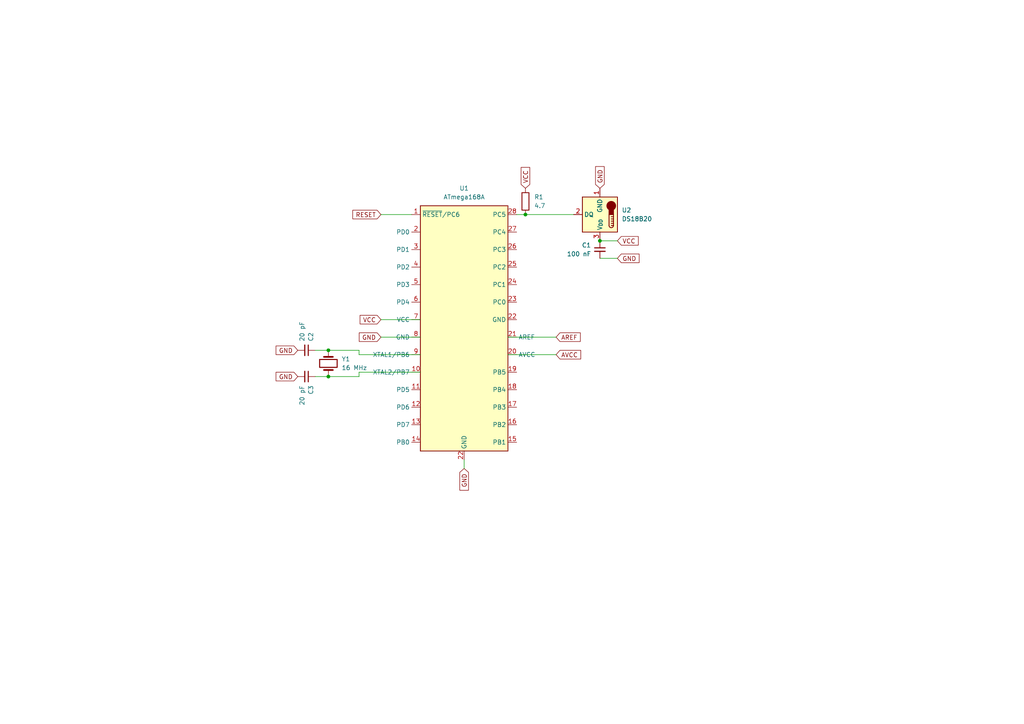
<source format=kicad_sch>
(kicad_sch (version 20250114) (generator "eeschema") (generator_version "9.0")
  (paper "A4")
  (lib_symbols
    (symbol "Device:C_Small" (pin_numbers (hide yes)) (pin_names (offset 0.254) (hide yes))
      (property "Reference" "C" (at 0.254 1.778 0))
      (property "Value" "C_Small" (at 0.254 -2.032 0))
      (symbol "C_Small_0_1"
        (polyline (pts (xy -1.524 0.508) (xy 1.524 0.508)) (stroke (width 0.3048)))
        (polyline (pts (xy -1.524 -0.508) (xy 1.524 -0.508)) (stroke (width 0.3302)))
      )
      (symbol "C_Small_1_1"
        (pin passive line (at 0 2.54 270) (length 2.032) (name "~") (number "1"))
        (pin passive line (at 0 -2.54 90) (length 2.032) (name "~") (number "2"))
      )
    )
    (symbol "Device:Crystal" (pin_numbers (hide yes)) (pin_names (offset 1.016) (hide yes))
      (property "Reference" "Y" (at 0 3.81 0))
      (property "Value" "Crystal" (at 0 -3.81 0))
      (symbol "Crystal_0_1"
        (polyline (pts (xy -2.54 0) (xy -1.905 0)))
        (polyline (pts (xy -1.905 -1.27) (xy -1.905 1.27)) (stroke (width 0.508)))
        (rectangle (start -1.143 2.54) (end 1.143 -2.54) (stroke (width 0.3048)))
        (polyline (pts (xy 1.905 -1.27) (xy 1.905 1.27)) (stroke (width 0.508)))
        (polyline (pts (xy 2.54 0) (xy 1.905 0)))
      )
      (symbol "Crystal_1_1"
        (pin passive line (at -3.81 0 0) (length 1.27) (name "1") (number "1"))
        (pin passive line (at 3.81 0 180) (length 1.27) (name "2") (number "2"))
      )
    )
    (symbol "Device:R" (pin_numbers (hide yes)) (pin_names (offset 0))
      (property "Reference" "R" (at 16.256 -3.048 90))
      (property "Value" "4.7" (at 0 0 90))
      (symbol "R_0_1"
        (rectangle (start -1.016 -2.54) (end 1.016 2.54) (stroke (width 0.254)))
      )
      (symbol "R_1_1"
        (pin passive line (at 0 3.81 270) (length 1.27) (name "~") (number "1"))
        (pin passive line (at 0 -3.81 90) (length 1.27) (name "~") (number "2"))
      )
    )
    (symbol "MCU_Microchip_ATmega:ATmega168A"
      (property "Reference" "U1" (at 0 40.64 0))
      (property "Value" "ATmega168A" (at 0 38.1 0))
      (symbol "ATmega168A_0_1"
        (rectangle (start -12.7 35.56) (end 12.7 -35.56) (stroke (width 0.254)) (fill (type background)))
      )
      (symbol "ATmega168A_1_1"
        (pin bidirectional line (at -15.24 33.02 0) (length 2.54) (name "~{RESET}/PC6") (number "1"))
        (pin bidirectional line (at -12.7 27.94 180) (length 2.54) (name "PD0") (number "2"))
        (pin bidirectional line (at -12.7 22.86 180) (length 2.54) (name "PD1") (number "3"))
        (pin bidirectional line (at -12.7 17.78 180) (length 2.54) (name "PD2") (number "4"))
        (pin bidirectional line (at -12.7 12.7 180) (length 2.54) (name "PD3") (number "5"))
        (pin bidirectional line (at -12.7 7.62 180) (length 2.54) (name "PD4") (number "6"))
        (pin power_in line (at -12.7 2.54 180) (length 2.54) (name "VCC") (number "7"))
        (pin power_in line (at -12.7 -2.54 180) (length 2.54) (name "GND") (number "8"))
        (pin bidirectional line (at -12.7 -7.62 180) (length 2.54) (name "XTAL1/PB6") (number "9"))
        (pin bidirectional line (at -12.7 -12.7 180) (length 2.54) (name "XTAL2/PB7") (number "10"))
        (pin bidirectional line (at -12.7 -17.78 180) (length 2.54) (name "PD5") (number "11"))
        (pin bidirectional line (at -12.7 -22.86 180) (length 2.54) (name "PD6") (number "12"))
        (pin bidirectional line (at -12.7 -27.94 180) (length 2.54) (name "PD7") (number "13"))
        (pin bidirectional line (at -12.7 -33.02 180) (length 2.54) (name "PB0") (number "14"))
        (pin passive line (at 0 -38.1 90) (length 2.54) (name "GND") (number "22"))
        (pin passive line (at 12.7 -2.54 0) (length 2.54) (name "AREF") (number "21"))
        (pin power_in line (at 12.7 -7.62 0) (length 2.54) (name "AVCC") (number "20"))
        (pin bidirectional line (at 15.24 33.02 180) (length 2.54) (name "PC5") (number "28"))
        (pin bidirectional line (at 15.24 27.94 180) (length 2.54) (name "PC4") (number "27"))
        (pin bidirectional line (at 15.24 22.86 180) (length 2.54) (name "PC3") (number "26"))
        (pin bidirectional line (at 15.24 17.78 180) (length 2.54) (name "PC2") (number "25"))
        (pin bidirectional line (at 15.24 12.7 180) (length 2.54) (name "PC1") (number "24"))
        (pin bidirectional line (at 15.24 7.62 180) (length 2.54) (name "PC0") (number "23"))
        (pin power_in line (at 15.24 2.54 180) (length 2.54) (name "GND") (number "22"))
        (pin bidirectional line (at 15.24 -12.7 180) (length 2.54) (name "PB5") (number "19"))
        (pin bidirectional line (at 15.24 -17.78 180) (length 2.54) (name "PB4") (number "18"))
        (pin bidirectional line (at 15.24 -22.86 180) (length 2.54) (name "PB3") (number "17"))
        (pin bidirectional line (at 15.24 -27.94 180) (length 2.54) (name "PB2") (number "16"))
        (pin bidirectional line (at 15.24 -33.02 180) (length 2.54) (name "PB1") (number "15"))
      )
    )
    (symbol "Sensor_Temperature:DS18B20"
      (property "Reference" "U" (at -3.81 6.35 0))
      (property "Value" "DS18B20" (at 6.35 6.35 0))
      (symbol "DS18B20_0_1"
        (rectangle (start -5.08 5.08) (end 5.08 -5.08) (stroke (width 0.254)) (fill (type background)))
        (polyline (pts (xy -3.937 3.175) (xy -3.937 0)) (stroke (width 0.254)))
        (polyline (pts (xy -3.937 3.175) (xy -3.302 3.175)) (stroke (width 0.254)))
        (polyline (pts (xy -3.937 2.54) (xy -3.302 2.54)) (stroke (width 0.254)))
        (polyline (pts (xy -3.937 1.905) (xy -3.302 1.905)) (stroke (width 0.254)))
        (polyline (pts (xy -3.937 1.27) (xy -3.302 1.27)) (stroke (width 0.254)))
        (polyline (pts (xy -3.937 0.635) (xy -3.302 0.635)) (stroke (width 0.254)))
        (arc (start -3.937 3.175) (mid -3.302 3.8073) (end -2.667 3.175) (stroke (width 0.254)))
        (circle (center -3.302 -2.54) (radius 1.27) (stroke (width 0.254)) (fill (type outline)))
        (polyline (pts (xy -2.667 3.175) (xy -2.667 0)) (stroke (width 0.254)))
        (rectangle (start -2.667 -1.905) (end -3.937 0) (stroke (width 0.254)) (fill (type outline)))
      )
      (symbol "DS18B20_1_1"
        (pin power_in line (at 0 7.62 270) (length 2.54) (name "V_{DD}") (number "3"))
        (pin power_in line (at 0 -7.62 90) (length 2.54) (name "GND") (number "1"))
        (pin bidirectional line (at 7.62 0 180) (length 2.54) (name "DQ") (number "2"))
      )
    )
  )
  (junction (at 95.25 101.6))
  (junction (at 95.25 109.22))
  (junction (at 152.4 62.23))
  (junction (at 173.99 69.85))
  (wire (pts (xy 104.14 107.95) (xy 104.14 109.22)))
  (wire (pts (xy 110.49 92.71) (xy 121.92 92.71)))
  (wire (pts (xy 104.14 101.6) (xy 104.14 102.87)))
  (wire (pts (xy 104.14 107.95) (xy 121.92 107.95)))
  (wire (pts (xy 149.86 62.23) (xy 152.4 62.23)))
  (wire (pts (xy 110.49 97.79) (xy 121.92 97.79)))
  (wire (pts (xy 91.44 109.22) (xy 95.25 109.22)))
  (wire (pts (xy 104.14 102.87) (xy 121.92 102.87)))
  (wire (pts (xy 95.25 101.6) (xy 104.14 101.6)))
  (wire (pts (xy 173.99 69.85) (xy 179.07 69.85)))
  (wire (pts (xy 91.44 101.6) (xy 95.25 101.6)))
  (wire (pts (xy 147.32 102.87) (xy 161.29 102.87)))
  (wire (pts (xy 173.99 74.93) (xy 179.07 74.93)))
  (wire (pts (xy 95.25 109.22) (xy 104.14 109.22)))
  (wire (pts (xy 147.32 97.79) (xy 161.29 97.79)))
  (wire (pts (xy 134.62 133.35) (xy 134.62 135.89)))
  (wire (pts (xy 152.4 62.23) (xy 166.37 62.23)))
  (wire (pts (xy 110.49 62.23) (xy 119.38 62.23)))
  (global_label "GND" (shape input) (at 134.62 135.89 270) (property "Intersheetrefs" "${INTERSHEET_REFS}" (effects (hide yes))))
  (global_label "GND" (shape input) (at 86.36 109.22 180) (property "Intersheetrefs" "${INTERSHEET_REFS}" (effects (hide yes))))
  (global_label "AVCC" (shape input) (at 161.29 102.87 0) (property "Intersheetrefs" "${INTERSHEET_REFS}" (effects (hide yes))))
  (global_label "GND" (shape input) (at 179.07 74.93 0) (property "Intersheetrefs" "${INTERSHEET_REFS}" (effects (hide yes))))
  (global_label "GND" (shape input) (at 86.36 101.6 180) (property "Intersheetrefs" "${INTERSHEET_REFS}" (effects (hide yes))))
  (global_label "VCC" (shape input) (at 152.4 54.61 90) (property "Intersheetrefs" "${INTERSHEET_REFS}" (effects (hide yes))))
  (global_label "VCC" (shape input) (at 110.49 92.71 180) (property "Intersheetrefs" "${INTERSHEET_REFS}" (effects (hide yes))))
  (global_label "VCC" (shape input) (at 179.07 69.85 0) (property "Intersheetrefs" "${INTERSHEET_REFS}" (effects (hide yes))))
  (global_label "AREF" (shape input) (at 161.29 97.79 0) (property "Intersheetrefs" "${INTERSHEET_REFS}" (effects (hide yes))))
  (global_label "RESET" (shape input) (at 110.49 62.23 180) (property "Intersheetrefs" "${INTERSHEET_REFS}" (effects (hide yes))))
  (global_label "GND" (shape input) (at 173.99 54.61 90) (property "Intersheetrefs" "${INTERSHEET_REFS}" (effects (hide yes))))
  (global_label "GND" (shape input) (at 110.49 97.79 180) (property "Intersheetrefs" "${INTERSHEET_REFS}" (effects (hide yes))))
  (symbol (lib_id "Sensor_Temperature:DS18B20") (at 173.99 62.23 180) (unit 1)
    (property "Reference" "U2" (at 180.34 60.9599 0) (effects (justify right)))
    (property "Value" "DS18B20" (at 180.34 63.4999 0) (effects (justify right)))
    (property "Footprint" "Package_TO_SOT_THT:TO-92_Inline" (effects (hide yes)))
    (property "Datasheet" "http://datasheets.maximintegrated.com/en/ds/DS18B20.pdf" (effects (hide yes)))
    (property "Description" "Programmable Resolution 1-Wire Digital Thermometer TO-92" (effects (hide yes)))
  )
  (symbol (lib_id "Device:Crystal") (at 95.25 105.41 90) (unit 1)
    (property "Reference" "Y1" (at 99.06 104.1399 90) (effects (justify right)))
    (property "Value" "16 MHz" (at 99.06 106.6799 90) (effects (justify right)))
    (property "Description" "Two pin crystal" (effects (hide yes)))
  )
  (symbol (lib_id "MCU_Microchip_ATmega:ATmega168A") (at 134.62 95.25 0) (unit 1)
    (property "Reference" "U1" (at 134.62 54.61 0))
    (property "Value" "ATmega168A" (at 134.62 57.15 0))
    (property "Footprint" "Package_DIP:DIP-28_W7.62mm" (effects (hide yes)))
    (property "Datasheet" "http://ww1.microchip.com/downloads/en/DeviceDoc/ATmega48A_88A_168A-Data-Sheet-40002007A.pdf" (effects (hide yes)))
    (property "Description" "20MHz, 16kB Flash, 1kB SRAM, 512B EEPROM, DIP-28" (effects (hide yes)))
  )
  (symbol (lib_id "Device:C_Small") (at 88.9 109.22 270) (unit 1)
    (property "Reference" "C3" (at 90.1638 111.76 0) (effects (justify left)))
    (property "Value" "20 pF" (at 87.6238 111.76 0) (effects (justify left)))
    (property "Description" "Unpolarized capacitor, small symbol" (effects (hide yes)))
  )
  (symbol (lib_id "Device:C_Small") (at 173.99 72.39 0) (mirror y) (unit 1)
    (property "Reference" "C1" (at 171.45 71.1262 0) (effects (justify left)))
    (property "Value" "100 nF" (at 171.45 73.6662 0) (effects (justify left)))
    (property "Description" "Unpolarized capacitor, small symbol" (effects (hide yes)))
  )
  (symbol (lib_id "Device:C_Small") (at 88.9 101.6 270) (mirror x) (unit 1)
    (property "Reference" "C2" (at 90.1638 99.06 0) (effects (justify left)))
    (property "Value" "20 pF" (at 87.6238 99.06 0) (effects (justify left)))
    (property "Description" "Unpolarized capacitor, small symbol" (effects (hide yes)))
  )
  (symbol (lib_id "Device:R") (at 152.4 58.42 0) (unit 1)
    (property "Reference" "R1" (at 154.94 57.1499 0) (effects (justify left)))
    (property "Value" "4.7" (at 154.94 59.6899 0) (effects (justify left)))
    (property "Description" "Resistor" (effects (hide yes)))
  )
)
</source>
